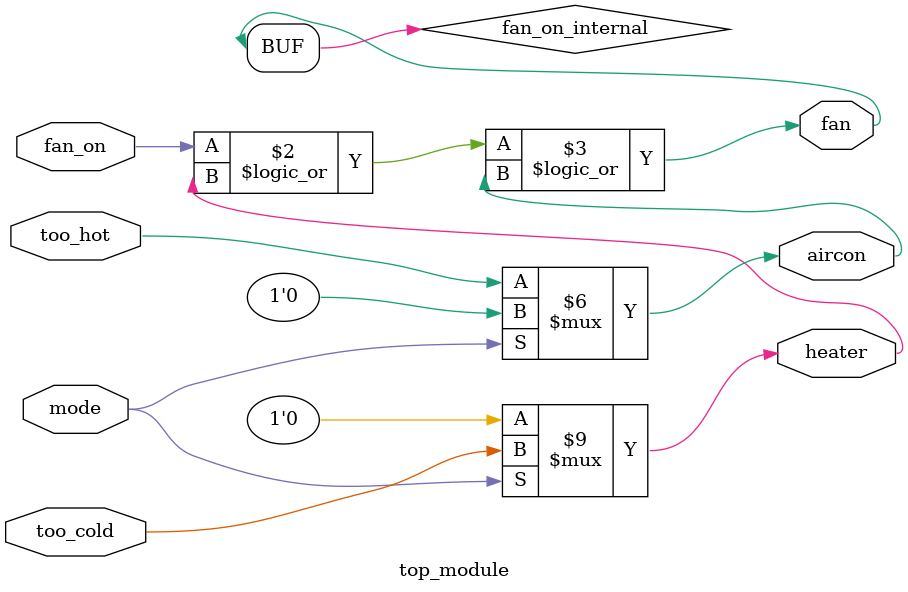
<source format=sv>
module top_module(
    input mode,
    input too_cold,
    input too_hot,
    input fan_on,
    output heater,
    output aircon,
    output fan
);

    reg fan_on_internal;

    always @* begin
        fan_on_internal = (fan_on || heater || aircon);
    end

    assign fan = fan_on_internal;

    always @(mode or too_cold or too_hot) begin
        if (mode) begin
            heater = too_cold;
            aircon = 0;
        end else begin
            heater = 0;
            aircon = too_hot;
        end
    end

endmodule

</source>
